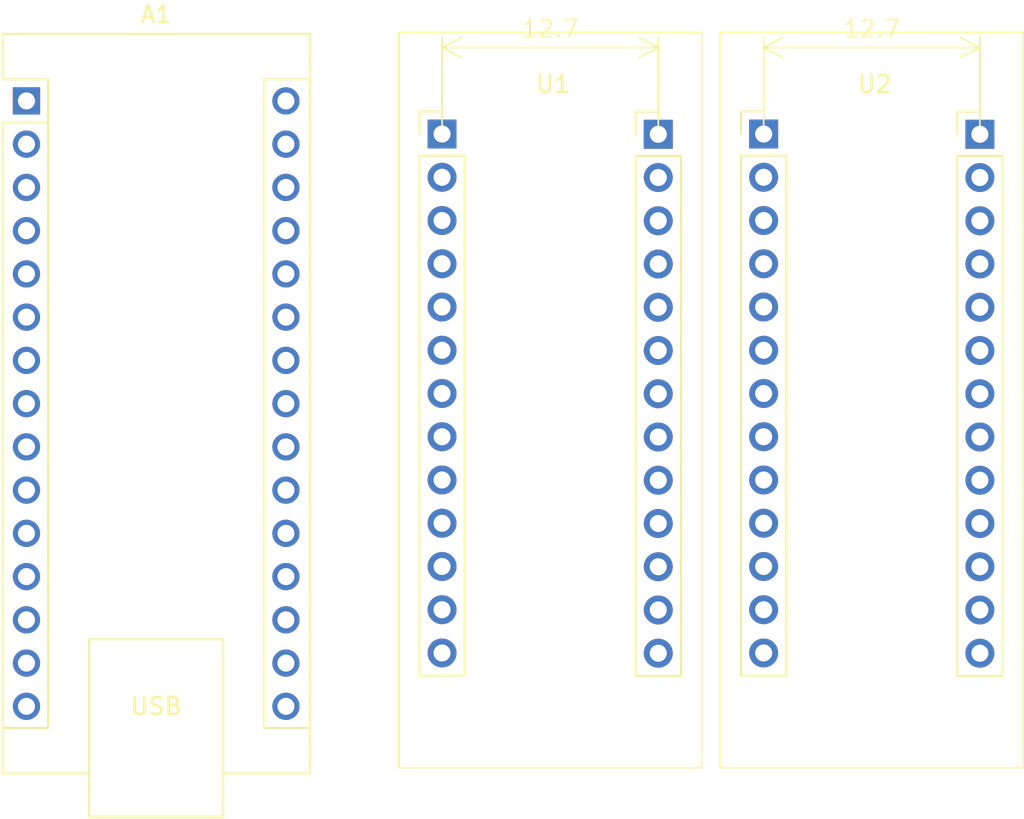
<source format=kicad_pcb>
(kicad_pcb (version 20241229) (generator "pcbnew") (generator_version "9.0")
  (title_block (date "sam. 04 avril 2015"))
  (layers (0 "F.Cu" signal) (2 "B.Cu" signal) (13 "F.Paste" user) (15 "B.Paste" user) (5 "F.SilkS" user "F.Silkscreen") (7 "B.SilkS" user "B.Silkscreen") (1 "F.Mask" user) (3 "B.Mask" user) (25 "Edge.Cuts" user))
  (net 0 "")
  (net 1 "GND")
  (net 2 "VCC")
  (net 3 "+5V")
  (net 4 "/A3")
  (net 5 "/A2")
  (net 6 "/A1")
  (net 7 "+3V3")
  (net 8 "/A7")
  (net 9 "/A6")
  (net 24 "/B14")
  (net 25 "/B15")
  (net 26 "/FAIL")
  (net 27 "/B13")
  (net 28 "/PASS")
  (net 29 "/START")
  (net 30 "/B20")
  (net 31 "/B17")
  (net 32 "/B16")
  (net 33 "/B19")
  (net 34 "/B18")
  (net 35 "/A5")
  (net 37 "/A16")
  (net 38 "/A4")
  (net 39 "/A15")
  (net 40 "/A14")
  (net 41 "/A8")
  (net 42 "/A13")
  (net 44 "/A11")
  (net 45 "/A10")
  (net 46 "Net-(U1-SDA)")
  (net 47 "/A9")
  (net 48 "Net-(U1-SCL)")
  (net 49 "/A12")
  (net 50 "/A18")
  (net 51 "/B4")
  (net 52 "/B2")
  (net 53 "/B7")
  (net 54 "/B5")
  (net 55 "/B10")
  (net 57 "/B11")
  (net 58 "/A17")
  (net 59 "/A20")
  (net 60 "/A19")
  (net 61 "/B9")
  (net 62 "/B8")
  (net 63 "/B6")
  (net 65 "/B3")
  (net 66 "/B1")
  (net 67 "/B12")
  (footprint "Module:Arduino_Nano" (layer "F.Cu") (at 89 59.06)
    (property "Reference" "A1" (at 7.62 -5.08 0) (layer "F.SilkS"))
    (property "Value" "Arduino_Nano_Every")
    (fp_line (start -1.4 -3.94) (end -1.4 -1.27) (stroke (width 0.12)) (layer "F.SilkS"))
    (fp_line (start -1.4 1.27) (end -1.4 39.5) (stroke (width 0.12)) (layer "F.SilkS"))
    (fp_line (start -1.4 39.5) (end 3.68 39.5) (stroke (width 0.12)) (layer "F.SilkS"))
    (fp_line (start 1.27 -1.27) (end -1.4 -1.27) (stroke (width 0.12)) (layer "F.SilkS"))
    (fp_line (start 1.27 1.27) (end -1.4 1.27) (stroke (width 0.12)) (layer "F.SilkS"))
    (fp_line (start 1.27 1.27) (end 1.27 -1.27) (stroke (width 0.12)) (layer "F.SilkS"))
    (fp_line (start 1.27 1.27) (end 1.27 36.83) (stroke (width 0.12)) (layer "F.SilkS"))
    (fp_line (start 1.27 36.83) (end -1.4 36.83) (stroke (width 0.12)) (layer "F.SilkS"))
    (fp_line (start 3.68 31.62) (end 11.56 31.62) (stroke (width 0.12)) (layer "F.SilkS"))
    (fp_line (start 3.68 42.04) (end 3.68 31.62) (stroke (width 0.12)) (layer "F.SilkS"))
    (fp_line (start 11.56 31.62) (end 11.56 42.04) (stroke (width 0.12)) (layer "F.SilkS"))
    (fp_line (start 11.56 42.04) (end 3.68 42.04) (stroke (width 0.12)) (layer "F.SilkS"))
    (fp_line (start 13.97 -1.27) (end 13.97 36.83) (stroke (width 0.12)) (layer "F.SilkS"))
    (fp_line (start 13.97 -1.27) (end 16.64 -1.27) (stroke (width 0.12)) (layer "F.SilkS"))
    (fp_line (start 13.97 36.83) (end 16.64 36.83) (stroke (width 0.12)) (layer "F.SilkS"))
    (fp_line (start 16.64 -3.94) (end -1.4 -3.94) (stroke (width 0.12)) (layer "F.SilkS"))
    (fp_line (start 16.64 39.5) (end 11.56 39.5) (stroke (width 0.12)) (layer "F.SilkS"))
    (fp_line (start 16.64 39.5) (end 16.64 -3.94) (stroke (width 0.12)) (layer "F.SilkS"))
    (fp_text user "USB" (at 7.62 35.56 0) (layer "F.SilkS"))
    (pad "1" thru_hole rect (at 0 0) (size 1.6 1.6) (drill 1) (layers "*.Cu" "*.Mask"))
    (pad "2" thru_hole oval (at 0 2.54) (size 1.6 1.6) (drill 1) (layers "*.Cu" "*.Mask"))
    (pad "3" thru_hole oval (at 0 5.08) (size 1.6 1.6) (drill 1) (layers "*.Cu" "*.Mask"))
    (pad "4" thru_hole oval (at 0 7.62) (size 1.6 1.6) (drill 1) (layers "*.Cu" "*.Mask") (net 1 "GND"))
    (pad "5" thru_hole oval (at 0 10.16) (size 1.6 1.6) (drill 1) (layers "*.Cu" "*.Mask") (net 27 "/B13"))
    (pad "6" thru_hole oval (at 0 12.7) (size 1.6 1.6) (drill 1) (layers "*.Cu" "*.Mask") (net 24 "/B14"))
    (pad "7" thru_hole oval (at 0 15.24) (size 1.6 1.6) (drill 1) (layers "*.Cu" "*.Mask") (net 25 "/B15"))
    (pad "8" thru_hole oval (at 0 17.78) (size 1.6 1.6) (drill 1) (layers "*.Cu" "*.Mask") (net 32 "/B16"))
    (pad "9" thru_hole oval (at 0 20.32) (size 1.6 1.6) (drill 1) (layers "*.Cu" "*.Mask") (net 31 "/B17"))
    (pad "10" thru_hole oval (at 0 22.86) (size 1.6 1.6) (drill 1) (layers "*.Cu" "*.Mask") (net 34 "/B18"))
    (pad "11" thru_hole oval (at 0 25.4) (size 1.6 1.6) (drill 1) (layers "*.Cu" "*.Mask") (net 33 "/B19"))
    (pad "12" thru_hole oval (at 0 27.94) (size 1.6 1.6) (drill 1) (layers "*.Cu" "*.Mask") (net 30 "/B20"))
    (pad "13" thru_hole oval (at 0 30.48) (size 1.6 1.6) (drill 1) (layers "*.Cu" "*.Mask") (net 29 "/START"))
    (pad "14" thru_hole oval (at 0 33.02) (size 1.6 1.6) (drill 1) (layers "*.Cu" "*.Mask"))
    (pad "15" thru_hole oval (at 0 35.56) (size 1.6 1.6) (drill 1) (layers "*.Cu" "*.Mask"))
    (pad "16" thru_hole oval (at 15.24 35.56) (size 1.6 1.6) (drill 1) (layers "*.Cu" "*.Mask"))
    (pad "17" thru_hole oval (at 15.24 33.02) (size 1.6 1.6) (drill 1) (layers "*.Cu" "*.Mask") (net 7 "+3V3"))
    (pad "18" thru_hole oval (at 15.24 30.48) (size 1.6 1.6) (drill 1) (layers "*.Cu" "*.Mask"))
    (pad "19" thru_hole oval (at 15.24 27.94) (size 1.6 1.6) (drill 1) (layers "*.Cu" "*.Mask") (net 28 "/PASS"))
    (pad "20" thru_hole oval (at 15.24 25.4) (size 1.6 1.6) (drill 1) (layers "*.Cu" "*.Mask") (net 26 "/FAIL"))
    (pad "21" thru_hole oval (at 15.24 22.86) (size 1.6 1.6) (drill 1) (layers "*.Cu" "*.Mask"))
    (pad "22" thru_hole oval (at 15.24 20.32) (size 1.6 1.6) (drill 1) (layers "*.Cu" "*.Mask"))
    (pad "23" thru_hole oval (at 15.24 17.78) (size 1.6 1.6) (drill 1) (layers "*.Cu" "*.Mask"))
    (pad "24" thru_hole oval (at 15.24 15.24) (size 1.6 1.6) (drill 1) (layers "*.Cu" "*.Mask"))
    (pad "25" thru_hole oval (at 15.24 12.7) (size 1.6 1.6) (drill 1) (layers "*.Cu" "*.Mask"))
    (pad "26" thru_hole oval (at 15.24 10.16) (size 1.6 1.6) (drill 1) (layers "*.Cu" "*.Mask"))
    (pad "27" thru_hole oval (at 15.24 7.62) (size 1.6 1.6) (drill 1) (layers "*.Cu" "*.Mask") (net 3 "+5V"))
    (pad "28" thru_hole oval (at 15.24 5.08) (size 1.6 1.6) (drill 1) (layers "*.Cu" "*.Mask"))
    (pad "29" thru_hole oval (at 15.24 2.54) (size 1.6 1.6) (drill 1) (layers "*.Cu" "*.Mask") (net 1 "GND"))
    (pad "30" thru_hole oval (at 15.24 0) (size 1.6 1.6) (drill 1) (layers "*.Cu" "*.Mask") (net 2 "VCC"))
  )
  (footprint "addedItems:Adafruit MCP23017" (layer "F.Cu") (at 113.41 61.005)
    (property "Reference" "U1" (at 6.525 -2.925 0) (layer "F.SilkS"))
    (property "Value" "~")
    (fp_line (start -1.33 -1.33) (end 0 -1.33) (stroke (width 0.12)) (layer "F.SilkS"))
    (fp_line (start -1.33 0) (end -1.33 -1.33) (stroke (width 0.12)) (layer "F.SilkS"))
    (fp_line (start -1.33 1.27) (end -1.33 31.81) (stroke (width 0.12)) (layer "F.SilkS"))
    (fp_line (start -1.33 1.27) (end 1.33 1.27) (stroke (width 0.12)) (layer "F.SilkS"))
    (fp_line (start -1.33 31.81) (end 1.33 31.81) (stroke (width 0.12)) (layer "F.SilkS"))
    (fp_line (start 1.33 1.27) (end 1.33 31.81) (stroke (width 0.12)) (layer "F.SilkS"))
    (fp_line (start 11.37 -1.315) (end 12.7 -1.315) (stroke (width 0.12)) (layer "F.SilkS"))
    (fp_line (start 11.37 0.015) (end 11.37 -1.315) (stroke (width 0.12)) (layer "F.SilkS"))
    (fp_line (start 11.37 1.285) (end 11.37 31.825) (stroke (width 0.12)) (layer "F.SilkS"))
    (fp_line (start 11.37 1.285) (end 14.03 1.285) (stroke (width 0.12)) (layer "F.SilkS"))
    (fp_line (start 11.37 31.825) (end 14.03 31.825) (stroke (width 0.12)) (layer "F.SilkS"))
    (fp_line (start 14.03 1.285) (end 14.03 31.825) (stroke (width 0.12)) (layer "F.SilkS"))
    (fp_rect (start -2.54 -5.96) (end 15.25 37.22) (stroke (width 0.1)) (fill no) (layer "F.SilkS"))
    (dimension (type orthogonal) (layer "F.SilkS") (pts (xy 113.41 61.005) (xy 126.11 61.005)) (height -5.08) (orientation 0) (format (prefix "") (suffix "") (units 3) (units_format 0) (precision 4) (suppress_zeroes yes)) (style (thickness 0.1) (arrow_length 1.27) (text_position_mode 0) (arrow_direction outward) (extension_height 0.58642) (extension_offset 0.5) (keep_text_aligned yes)) (gr_text "12.7" (at 119.76 54.825 0) (layer "F.SilkS") (effects (font (size 1 1) (thickness 0.1)))))
    (pad "1" thru_hole rect (at 12.7 0.015) (size 1.7 1.7) (drill 1) (layers "*.Cu" "*.Mask"))
    (pad "2" thru_hole oval (at 12.7 2.555) (size 1.7 1.7) (drill 1) (layers "*.Cu" "*.Mask") (net 1 "GND"))
    (pad "3" thru_hole oval (at 12.7 5.095) (size 1.7 1.7) (drill 1) (layers "*.Cu" "*.Mask") (net 1 "GND"))
    (pad "4" thru_hole oval (at 12.7 7.635) (size 1.7 1.7) (drill 1) (layers "*.Cu" "*.Mask") (net 1 "GND"))
    (pad "5" thru_hole oval (at 12.7 10.175) (size 1.7 1.7) (drill 1) (layers "*.Cu" "*.Mask") (net 47 "/A9"))
    (pad "6" thru_hole oval (at 12.7 12.715) (size 1.7 1.7) (drill 1) (layers "*.Cu" "*.Mask") (net 45 "/A10"))
    (pad "7" thru_hole oval (at 12.7 15.255) (size 1.7 1.7) (drill 1) (layers "*.Cu" "*.Mask") (net 44 "/A11"))
    (pad "8" thru_hole oval (at 12.7 17.795) (size 1.7 1.7) (drill 1) (layers "*.Cu" "*.Mask") (net 49 "/A12"))
    (pad "9" thru_hole oval (at 12.7 20.335) (size 1.7 1.7) (drill 1) (layers "*.Cu" "*.Mask") (net 42 "/A13"))
    (pad "10" thru_hole oval (at 12.7 22.875) (size 1.7 1.7) (drill 1) (layers "*.Cu" "*.Mask") (net 40 "/A14"))
    (pad "11" thru_hole oval (at 12.7 25.415) (size 1.7 1.7) (drill 1) (layers "*.Cu" "*.Mask") (net 39 "/A15"))
    (pad "12" thru_hole oval (at 12.7 27.955) (size 1.7 1.7) (drill 1) (layers "*.Cu" "*.Mask") (net 37 "/A16"))
    (pad "13" thru_hole oval (at 12.7 30.495) (size 1.7 1.7) (drill 1) (layers "*.Cu" "*.Mask") (net 41 "/A8"))
    (pad "14" thru_hole oval (at 0 30.48) (size 1.7 1.7) (drill 1) (layers "*.Cu" "*.Mask") (net 8 "/A7"))
    (pad "15" thru_hole oval (at 0 27.94) (size 1.7 1.7) (drill 1) (layers "*.Cu" "*.Mask") (net 9 "/A6"))
    (pad "16" thru_hole oval (at 0 25.4) (size 1.7 1.7) (drill 1) (layers "*.Cu" "*.Mask") (net 35 "/A5"))
    (pad "17" thru_hole oval (at 0 22.86) (size 1.7 1.7) (drill 1) (layers "*.Cu" "*.Mask") (net 38 "/A4"))
    (pad "18" thru_hole oval (at 0 20.32) (size 1.7 1.7) (drill 1) (layers "*.Cu" "*.Mask") (net 4 "/A3"))
    (pad "19" thru_hole oval (at 0 17.78) (size 1.7 1.7) (drill 1) (layers "*.Cu" "*.Mask") (net 5 "/A2"))
    (pad "20" thru_hole oval (at 0 15.24) (size 1.7 1.7) (drill 1) (layers "*.Cu" "*.Mask") (net 6 "/A1"))
    (pad "21" thru_hole oval (at 0 12.7) (size 1.7 1.7) (drill 1) (layers "*.Cu" "*.Mask"))
    (pad "22" thru_hole oval (at 0 10.16) (size 1.7 1.7) (drill 1) (layers "*.Cu" "*.Mask") (net 46 "Net-(U1-SDA)"))
    (pad "23" thru_hole oval (at 0 7.62) (size 1.7 1.7) (drill 1) (layers "*.Cu" "*.Mask") (net 48 "Net-(U1-SCL)"))
    (pad "24" thru_hole oval (at 0 5.08) (size 1.7 1.7) (drill 1) (layers "*.Cu" "*.Mask") (net 1 "GND"))
    (pad "25" thru_hole oval (at 0 2.54) (size 1.7 1.7) (drill 1) (layers "*.Cu" "*.Mask") (net 3 "+5V"))
    (pad "26" thru_hole rect (at 0 0) (size 1.7 1.7) (drill 1) (layers "*.Cu" "*.Mask"))
  )
  (footprint "addedItems:Adafruit MCP23017" (layer "F.Cu") (at 132.3 61.005)
    (property "Reference" "U2" (at 6.525 -2.925 0) (layer "F.SilkS"))
    (property "Value" "~")
    (fp_line (start -1.33 -1.33) (end 0 -1.33) (stroke (width 0.12)) (layer "F.SilkS"))
    (fp_line (start -1.33 0) (end -1.33 -1.33) (stroke (width 0.12)) (layer "F.SilkS"))
    (fp_line (start -1.33 1.27) (end -1.33 31.81) (stroke (width 0.12)) (layer "F.SilkS"))
    (fp_line (start -1.33 1.27) (end 1.33 1.27) (stroke (width 0.12)) (layer "F.SilkS"))
    (fp_line (start -1.33 31.81) (end 1.33 31.81) (stroke (width 0.12)) (layer "F.SilkS"))
    (fp_line (start 1.33 1.27) (end 1.33 31.81) (stroke (width 0.12)) (layer "F.SilkS"))
    (fp_line (start 11.37 -1.315) (end 12.7 -1.315) (stroke (width 0.12)) (layer "F.SilkS"))
    (fp_line (start 11.37 0.015) (end 11.37 -1.315) (stroke (width 0.12)) (layer "F.SilkS"))
    (fp_line (start 11.37 1.285) (end 11.37 31.825) (stroke (width 0.12)) (layer "F.SilkS"))
    (fp_line (start 11.37 1.285) (end 14.03 1.285) (stroke (width 0.12)) (layer "F.SilkS"))
    (fp_line (start 11.37 31.825) (end 14.03 31.825) (stroke (width 0.12)) (layer "F.SilkS"))
    (fp_line (start 14.03 1.285) (end 14.03 31.825) (stroke (width 0.12)) (layer "F.SilkS"))
    (fp_rect (start -2.54 -5.96) (end 15.25 37.22) (stroke (width 0.1)) (fill no) (layer "F.SilkS"))
    (dimension (type orthogonal) (layer "F.SilkS") (pts (xy 132.3 61.005) (xy 145 61.005)) (height -5.08) (orientation 0) (format (prefix "") (suffix "") (units 3) (units_format 0) (precision 4) (suppress_zeroes yes)) (style (thickness 0.1) (arrow_length 1.27) (text_position_mode 0) (arrow_direction outward) (extension_height 0.58642) (extension_offset 0.5) (keep_text_aligned yes)) (gr_text "12.7" (at 138.65 54.825 0) (layer "F.SilkS") (effects (font (size 1 1) (thickness 0.1)))))
    (pad "1" thru_hole rect (at 12.7 0.015) (size 1.7 1.7) (drill 1) (layers "*.Cu" "*.Mask"))
    (pad "2" thru_hole oval (at 12.7 2.555) (size 1.7 1.7) (drill 1) (layers "*.Cu" "*.Mask") (net 3 "+5V"))
    (pad "3" thru_hole oval (at 12.7 5.095) (size 1.7 1.7) (drill 1) (layers "*.Cu" "*.Mask") (net 1 "GND"))
    (pad "4" thru_hole oval (at 12.7 7.635) (size 1.7 1.7) (drill 1) (layers "*.Cu" "*.Mask") (net 1 "GND"))
    (pad "5" thru_hole oval (at 12.7 10.175) (size 1.7 1.7) (drill 1) (layers "*.Cu" "*.Mask") (net 54 "/B5"))
    (pad "6" thru_hole oval (at 12.7 12.715) (size 1.7 1.7) (drill 1) (layers "*.Cu" "*.Mask") (net 63 "/B6"))
    (pad "7" thru_hole oval (at 12.7 15.255) (size 1.7 1.7) (drill 1) (layers "*.Cu" "*.Mask") (net 53 "/B7"))
    (pad "8" thru_hole oval (at 12.7 17.795) (size 1.7 1.7) (drill 1) (layers "*.Cu" "*.Mask") (net 62 "/B8"))
    (pad "9" thru_hole oval (at 12.7 20.335) (size 1.7 1.7) (drill 1) (layers "*.Cu" "*.Mask") (net 61 "/B9"))
    (pad "10" thru_hole oval (at 12.7 22.875) (size 1.7 1.7) (drill 1) (layers "*.Cu" "*.Mask") (net 55 "/B10"))
    (pad "11" thru_hole oval (at 12.7 25.415) (size 1.7 1.7) (drill 1) (layers "*.Cu" "*.Mask") (net 57 "/B11"))
    (pad "12" thru_hole oval (at 12.7 27.955) (size 1.7 1.7) (drill 1) (layers "*.Cu" "*.Mask") (net 67 "/B12"))
    (pad "13" thru_hole oval (at 12.7 30.495) (size 1.7 1.7) (drill 1) (layers "*.Cu" "*.Mask") (net 51 "/B4"))
    (pad "14" thru_hole oval (at 0 30.48) (size 1.7 1.7) (drill 1) (layers "*.Cu" "*.Mask") (net 65 "/B3"))
    (pad "15" thru_hole oval (at 0 27.94) (size 1.7 1.7) (drill 1) (layers "*.Cu" "*.Mask") (net 52 "/B2"))
    (pad "16" thru_hole oval (at 0 25.4) (size 1.7 1.7) (drill 1) (layers "*.Cu" "*.Mask") (net 66 "/B1"))
    (pad "17" thru_hole oval (at 0 22.86) (size 1.7 1.7) (drill 1) (layers "*.Cu" "*.Mask") (net 59 "/A20"))
    (pad "18" thru_hole oval (at 0 20.32) (size 1.7 1.7) (drill 1) (layers "*.Cu" "*.Mask") (net 60 "/A19"))
    (pad "19" thru_hole oval (at 0 17.78) (size 1.7 1.7) (drill 1) (layers "*.Cu" "*.Mask") (net 50 "/A18"))
    (pad "20" thru_hole oval (at 0 15.24) (size 1.7 1.7) (drill 1) (layers "*.Cu" "*.Mask") (net 58 "/A17"))
    (pad "21" thru_hole oval (at 0 12.7) (size 1.7 1.7) (drill 1) (layers "*.Cu" "*.Mask"))
    (pad "22" thru_hole oval (at 0 10.16) (size 1.7 1.7) (drill 1) (layers "*.Cu" "*.Mask") (net 46 "Net-(U1-SDA)"))
    (pad "23" thru_hole oval (at 0 7.62) (size 1.7 1.7) (drill 1) (layers "*.Cu" "*.Mask") (net 48 "Net-(U1-SCL)"))
    (pad "24" thru_hole oval (at 0 5.08) (size 1.7 1.7) (drill 1) (layers "*.Cu" "*.Mask") (net 1 "GND"))
    (pad "25" thru_hole oval (at 0 2.54) (size 1.7 1.7) (drill 1) (layers "*.Cu" "*.Mask") (net 3 "+5V"))
    (pad "26" thru_hole rect (at 0 0) (size 1.7 1.7) (drill 1) (layers "*.Cu" "*.Mask"))
  )
)
</source>
